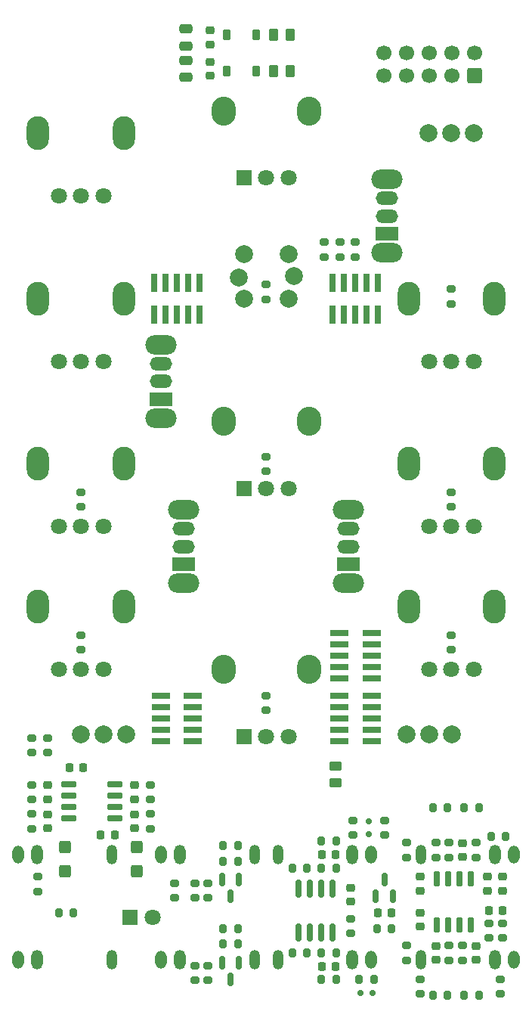
<source format=gbs>
%TF.GenerationSoftware,KiCad,Pcbnew,7.0.10*%
%TF.CreationDate,2024-03-26T03:22:52+05:30*%
%TF.ProjectId,Echo Cinematic,4563686f-2043-4696-9e65-6d617469632e,rev?*%
%TF.SameCoordinates,Original*%
%TF.FileFunction,Soldermask,Bot*%
%TF.FilePolarity,Negative*%
%FSLAX46Y46*%
G04 Gerber Fmt 4.6, Leading zero omitted, Abs format (unit mm)*
G04 Created by KiCad (PCBNEW 7.0.10) date 2024-03-26 03:22:52*
%MOMM*%
%LPD*%
G01*
G04 APERTURE LIST*
G04 Aperture macros list*
%AMRoundRect*
0 Rectangle with rounded corners*
0 $1 Rounding radius*
0 $2 $3 $4 $5 $6 $7 $8 $9 X,Y pos of 4 corners*
0 Add a 4 corners polygon primitive as box body*
4,1,4,$2,$3,$4,$5,$6,$7,$8,$9,$2,$3,0*
0 Add four circle primitives for the rounded corners*
1,1,$1+$1,$2,$3*
1,1,$1+$1,$4,$5*
1,1,$1+$1,$6,$7*
1,1,$1+$1,$8,$9*
0 Add four rect primitives between the rounded corners*
20,1,$1+$1,$2,$3,$4,$5,0*
20,1,$1+$1,$4,$5,$6,$7,0*
20,1,$1+$1,$6,$7,$8,$9,0*
20,1,$1+$1,$8,$9,$2,$3,0*%
G04 Aperture macros list end*
%ADD10RoundRect,0.200000X-0.275000X0.200000X-0.275000X-0.200000X0.275000X-0.200000X0.275000X0.200000X0*%
%ADD11RoundRect,0.200000X0.200000X0.275000X-0.200000X0.275000X-0.200000X-0.275000X0.200000X-0.275000X0*%
%ADD12O,1.300000X2.000000*%
%ADD13O,1.200000X2.200000*%
%ADD14O,1.300000X2.200000*%
%ADD15O,2.500000X3.800000*%
%ADD16C,1.800000*%
%ADD17C,2.000000*%
%ADD18R,1.800000X1.800000*%
%ADD19O,2.720000X3.240000*%
%ADD20O,3.500000X2.200000*%
%ADD21R,2.500000X1.500000*%
%ADD22O,2.500000X1.500000*%
%ADD23RoundRect,0.250000X0.475000X-0.250000X0.475000X0.250000X-0.475000X0.250000X-0.475000X-0.250000X0*%
%ADD24RoundRect,0.225000X0.250000X-0.225000X0.250000X0.225000X-0.250000X0.225000X-0.250000X-0.225000X0*%
%ADD25RoundRect,0.225000X-0.250000X0.225000X-0.250000X-0.225000X0.250000X-0.225000X0.250000X0.225000X0*%
%ADD26RoundRect,0.225000X-0.225000X-0.250000X0.225000X-0.250000X0.225000X0.250000X-0.225000X0.250000X0*%
%ADD27RoundRect,0.225000X0.225000X0.250000X-0.225000X0.250000X-0.225000X-0.250000X0.225000X-0.250000X0*%
%ADD28RoundRect,0.225000X-0.225000X-0.375000X0.225000X-0.375000X0.225000X0.375000X-0.225000X0.375000X0*%
%ADD29RoundRect,0.225000X0.225000X0.375000X-0.225000X0.375000X-0.225000X-0.375000X0.225000X-0.375000X0*%
%ADD30RoundRect,0.250000X0.600000X-0.600000X0.600000X0.600000X-0.600000X0.600000X-0.600000X-0.600000X0*%
%ADD31C,1.700000*%
%ADD32RoundRect,0.250000X0.262500X0.450000X-0.262500X0.450000X-0.262500X-0.450000X0.262500X-0.450000X0*%
%ADD33RoundRect,0.200000X0.275000X-0.200000X0.275000X0.200000X-0.275000X0.200000X-0.275000X-0.200000X0*%
%ADD34RoundRect,0.200000X-0.200000X-0.275000X0.200000X-0.275000X0.200000X0.275000X-0.200000X0.275000X0*%
%ADD35RoundRect,0.150000X0.150000X-0.825000X0.150000X0.825000X-0.150000X0.825000X-0.150000X-0.825000X0*%
%ADD36RoundRect,0.150000X0.150000X-0.587500X0.150000X0.587500X-0.150000X0.587500X-0.150000X-0.587500X0*%
%ADD37RoundRect,0.150000X-0.150000X0.587500X-0.150000X-0.587500X0.150000X-0.587500X0.150000X0.587500X0*%
%ADD38RoundRect,0.250000X-0.450000X0.262500X-0.450000X-0.262500X0.450000X-0.262500X0.450000X0.262500X0*%
%ADD39RoundRect,0.250000X0.425000X-0.450000X0.425000X0.450000X-0.425000X0.450000X-0.425000X-0.450000X0*%
%ADD40RoundRect,0.150000X-0.150000X0.725000X-0.150000X-0.725000X0.150000X-0.725000X0.150000X0.725000X0*%
%ADD41R,2.100000X0.750000*%
%ADD42R,0.750000X2.100000*%
%ADD43RoundRect,0.150000X0.725000X0.150000X-0.725000X0.150000X-0.725000X-0.150000X0.725000X-0.150000X0*%
%ADD44RoundRect,0.150000X0.150000X0.200000X-0.150000X0.200000X-0.150000X-0.200000X0.150000X-0.200000X0*%
%ADD45RoundRect,0.150000X-0.200000X0.150000X-0.200000X-0.150000X0.200000X-0.150000X0.200000X0.150000X0*%
G04 APERTURE END LIST*
D10*
%TO.C,R52*%
X68400000Y-132975000D03*
X68400000Y-134625000D03*
%TD*%
D11*
%TO.C,R51*%
X72425000Y-137000000D03*
X70775000Y-137000000D03*
%TD*%
D12*
%TO.C,J2*%
X82250000Y-130500000D03*
D13*
X92670000Y-130500000D03*
D14*
X84370000Y-130500000D03*
%TD*%
D12*
%TO.C,J5*%
X121750000Y-130500000D03*
D13*
X111330000Y-130500000D03*
D14*
X119630000Y-130500000D03*
%TD*%
D12*
%TO.C,J6*%
X121750000Y-142250000D03*
D13*
X111330000Y-142250000D03*
D14*
X119630000Y-142250000D03*
%TD*%
D15*
%TO.C,RV4*%
X109950000Y-86750000D03*
D16*
X112250000Y-93750000D03*
D15*
X119550000Y-86750000D03*
D16*
X114750000Y-93750000D03*
X117250000Y-93750000D03*
%TD*%
D15*
%TO.C,RV2*%
X109950000Y-68250000D03*
D16*
X112250000Y-75250000D03*
D15*
X119550000Y-68250000D03*
D16*
X114750000Y-75250000D03*
X117250000Y-75250000D03*
%TD*%
D15*
%TO.C,RV5*%
X68450000Y-102750000D03*
D16*
X70750000Y-109750000D03*
D15*
X78050000Y-102750000D03*
D16*
X73250000Y-109750000D03*
X75750000Y-109750000D03*
%TD*%
D15*
%TO.C,RV6*%
X68450000Y-68250000D03*
D16*
X70750000Y-75250000D03*
D15*
X78050000Y-68250000D03*
D16*
X73250000Y-75250000D03*
X75750000Y-75250000D03*
%TD*%
D15*
%TO.C,RV7*%
X68450000Y-86750000D03*
D16*
X70750000Y-93750000D03*
D15*
X78050000Y-86750000D03*
D16*
X73250000Y-93750000D03*
X75750000Y-93750000D03*
%TD*%
D15*
%TO.C,RV8*%
X109950000Y-102750000D03*
D16*
X112250000Y-109750000D03*
D15*
X119550000Y-102750000D03*
D16*
X114750000Y-109750000D03*
X117250000Y-109750000D03*
%TD*%
D17*
%TO.C,SW1*%
X114790000Y-117000000D03*
X112250000Y-117000000D03*
X109710000Y-117000000D03*
%TD*%
%TO.C,SW2*%
X78290000Y-117000000D03*
X75750000Y-117000000D03*
X73210000Y-117000000D03*
%TD*%
D18*
%TO.C,RV3*%
X91500000Y-89500000D03*
D19*
X89200000Y-82000000D03*
X98800000Y-82000000D03*
D16*
X94000000Y-89500000D03*
X96500000Y-89500000D03*
%TD*%
D15*
%TO.C,RV1*%
X68450000Y-49750000D03*
D16*
X70750000Y-56750000D03*
D15*
X78050000Y-49750000D03*
D16*
X73250000Y-56750000D03*
X75750000Y-56750000D03*
%TD*%
D14*
%TO.C,J7*%
X103630000Y-130500000D03*
D12*
X105750000Y-130500000D03*
D13*
X95330000Y-130500000D03*
%TD*%
D14*
%TO.C,J9*%
X103630000Y-142250000D03*
D12*
X105750000Y-142250000D03*
D13*
X95330000Y-142250000D03*
%TD*%
D12*
%TO.C,J8*%
X66250000Y-130500000D03*
D13*
X76670000Y-130500000D03*
D14*
X68370000Y-130500000D03*
%TD*%
D17*
%TO.C,SW3*%
X96500000Y-68250000D03*
X91500000Y-68250000D03*
X97100000Y-65750000D03*
X90900000Y-65850000D03*
X96500000Y-63250000D03*
X91500000Y-63250000D03*
%TD*%
D18*
%TO.C,RV9*%
X91500000Y-54750000D03*
D19*
X89200000Y-47250000D03*
X98800000Y-47250000D03*
D16*
X94000000Y-54750000D03*
X96500000Y-54750000D03*
%TD*%
D18*
%TO.C,RV10*%
X91500000Y-117250000D03*
D19*
X89200000Y-109750000D03*
X98800000Y-109750000D03*
D16*
X94000000Y-117250000D03*
X96500000Y-117250000D03*
%TD*%
D12*
%TO.C,J4*%
X82250000Y-142250000D03*
D13*
X92670000Y-142250000D03*
D14*
X84370000Y-142250000D03*
%TD*%
D20*
%TO.C,SW9*%
X107500000Y-63100000D03*
X107500000Y-54900000D03*
D21*
X107500000Y-61000000D03*
D22*
X107500000Y-59000000D03*
X107500000Y-57000000D03*
%TD*%
D12*
%TO.C,J16*%
X66250000Y-142250000D03*
D13*
X76670000Y-142250000D03*
D14*
X68370000Y-142250000D03*
%TD*%
D20*
%TO.C,SW8*%
X82250000Y-81600000D03*
X82250000Y-73400000D03*
D21*
X82250000Y-79500000D03*
D22*
X82250000Y-77500000D03*
X82250000Y-75500000D03*
%TD*%
D18*
%TO.C,D3*%
X78750000Y-137500000D03*
D16*
X81290000Y-137500000D03*
%TD*%
D20*
%TO.C,SW6*%
X103250000Y-100100000D03*
X103250000Y-91900000D03*
D21*
X103250000Y-98000000D03*
D22*
X103250000Y-96000000D03*
X103250000Y-94000000D03*
%TD*%
D20*
%TO.C,SW7*%
X84750000Y-100100000D03*
X84750000Y-91900000D03*
D21*
X84750000Y-98000000D03*
D22*
X84750000Y-96000000D03*
X84750000Y-94000000D03*
%TD*%
D17*
%TO.C,SW10*%
X117290000Y-49750000D03*
X114750000Y-49750000D03*
X112210000Y-49750000D03*
%TD*%
D23*
%TO.C,C1*%
X85000000Y-43450000D03*
X85000000Y-41550000D03*
%TD*%
%TO.C,C2*%
X85000000Y-39950000D03*
X85000000Y-38050000D03*
%TD*%
D24*
%TO.C,C3*%
X87750000Y-43275000D03*
X87750000Y-41725000D03*
%TD*%
%TO.C,C5*%
X116000000Y-130775000D03*
X116000000Y-129225000D03*
%TD*%
D25*
%TO.C,C6*%
X120500000Y-132975000D03*
X120500000Y-134525000D03*
%TD*%
D24*
%TO.C,C8*%
X117500000Y-142275000D03*
X117500000Y-140725000D03*
%TD*%
D26*
%TO.C,C9*%
X118975000Y-136750000D03*
X120525000Y-136750000D03*
%TD*%
D27*
%TO.C,C10*%
X101775000Y-143000000D03*
X100225000Y-143000000D03*
%TD*%
%TO.C,C11*%
X101775000Y-130500000D03*
X100225000Y-130500000D03*
%TD*%
D25*
%TO.C,C12*%
X103500000Y-134197000D03*
X103500000Y-135747000D03*
%TD*%
%TO.C,C13*%
X69500000Y-125975000D03*
X69500000Y-127525000D03*
%TD*%
D26*
%TO.C,C14*%
X106475000Y-137044000D03*
X108025000Y-137044000D03*
%TD*%
D24*
%TO.C,C17*%
X113000000Y-142275000D03*
X113000000Y-140725000D03*
%TD*%
D28*
%TO.C,D1*%
X89600000Y-42750000D03*
X92900000Y-42750000D03*
%TD*%
D29*
%TO.C,D2*%
X92900000Y-38750000D03*
X89600000Y-38750000D03*
%TD*%
D30*
%TO.C,J1*%
X117330000Y-43252500D03*
D31*
X117330000Y-40712500D03*
X114790000Y-43252500D03*
X114790000Y-40712500D03*
X112250000Y-43252500D03*
X112250000Y-40712500D03*
X109710000Y-43252500D03*
X109710000Y-40712500D03*
X107170000Y-43252500D03*
X107170000Y-40712500D03*
%TD*%
D32*
%TO.C,L1*%
X96662500Y-42750000D03*
X94837500Y-42750000D03*
%TD*%
%TO.C,L2*%
X96662500Y-38750000D03*
X94837500Y-38750000D03*
%TD*%
D11*
%TO.C,R1*%
X114325000Y-125250000D03*
X112675000Y-125250000D03*
%TD*%
%TO.C,R2*%
X117825000Y-125250000D03*
X116175000Y-125250000D03*
%TD*%
D33*
%TO.C,R3*%
X114500000Y-130825000D03*
X114500000Y-129175000D03*
%TD*%
%TO.C,R4*%
X117500000Y-130825000D03*
X117500000Y-129175000D03*
%TD*%
D34*
%TO.C,R5*%
X89175000Y-129500000D03*
X90825000Y-129500000D03*
%TD*%
D33*
%TO.C,R7*%
X87500000Y-135325000D03*
X87500000Y-133675000D03*
%TD*%
%TO.C,R8*%
X86000000Y-135325000D03*
X86000000Y-133675000D03*
%TD*%
D11*
%TO.C,R20*%
X101825000Y-141500000D03*
X100175000Y-141500000D03*
%TD*%
D34*
%TO.C,R21*%
X100175000Y-144500000D03*
X101825000Y-144500000D03*
%TD*%
D11*
%TO.C,R22*%
X98575000Y-141500000D03*
X96925000Y-141500000D03*
%TD*%
%TO.C,R23*%
X101825000Y-132000000D03*
X100175000Y-132000000D03*
%TD*%
D34*
%TO.C,R24*%
X100175000Y-129000000D03*
X101825000Y-129000000D03*
%TD*%
D11*
%TO.C,R25*%
X108075000Y-138750000D03*
X106425000Y-138750000D03*
%TD*%
%TO.C,R26*%
X98575000Y-132000000D03*
X96925000Y-132000000D03*
%TD*%
D10*
%TO.C,R29*%
X67750000Y-125925000D03*
X67750000Y-127575000D03*
%TD*%
D34*
%TO.C,R31*%
X119175000Y-128500000D03*
X120825000Y-128500000D03*
%TD*%
D10*
%TO.C,R33*%
X113000000Y-129175000D03*
X113000000Y-130825000D03*
%TD*%
%TO.C,R35*%
X109750000Y-129175000D03*
X109750000Y-130825000D03*
%TD*%
D11*
%TO.C,R37*%
X114325000Y-146250000D03*
X112675000Y-146250000D03*
%TD*%
D33*
%TO.C,R41*%
X120500000Y-139825000D03*
X120500000Y-138175000D03*
%TD*%
D10*
%TO.C,R43*%
X116000000Y-140675000D03*
X116000000Y-142325000D03*
%TD*%
%TO.C,R45*%
X119000000Y-138175000D03*
X119000000Y-139825000D03*
%TD*%
D33*
%TO.C,R47*%
X114500000Y-142325000D03*
X114500000Y-140675000D03*
%TD*%
%TO.C,R49*%
X109750000Y-142325000D03*
X109750000Y-140675000D03*
%TD*%
D35*
%TO.C,U3*%
X101405000Y-139225000D03*
X100135000Y-139225000D03*
X98865000Y-139225000D03*
X97595000Y-139225000D03*
X97595000Y-134275000D03*
X98865000Y-134275000D03*
X100135000Y-134275000D03*
X101405000Y-134275000D03*
%TD*%
D36*
%TO.C,U5*%
X108200000Y-135187500D03*
X106300000Y-135187500D03*
X107250000Y-133312500D03*
%TD*%
D10*
%TO.C,R32*%
X102250000Y-61925000D03*
X102250000Y-63575000D03*
%TD*%
D33*
%TO.C,R34*%
X114750000Y-91575000D03*
X114750000Y-89925000D03*
%TD*%
%TO.C,R36*%
X114750000Y-68825000D03*
X114750000Y-67175000D03*
%TD*%
%TO.C,R38*%
X94000000Y-87575000D03*
X94000000Y-85925000D03*
%TD*%
%TO.C,R40*%
X73250000Y-107575000D03*
X73250000Y-105925000D03*
%TD*%
D10*
%TO.C,R42*%
X104000000Y-61925000D03*
X104000000Y-63575000D03*
%TD*%
%TO.C,R44*%
X100500000Y-61925000D03*
X100500000Y-63575000D03*
%TD*%
D33*
%TO.C,R46*%
X73250000Y-91575000D03*
X73250000Y-89925000D03*
%TD*%
%TO.C,R48*%
X114750000Y-107575000D03*
X114750000Y-105925000D03*
%TD*%
D25*
%TO.C,C16*%
X118750000Y-132975000D03*
X118750000Y-134525000D03*
%TD*%
%TO.C,C18*%
X111250000Y-136975000D03*
X111250000Y-138525000D03*
%TD*%
D24*
%TO.C,C7*%
X111250000Y-134525000D03*
X111250000Y-132975000D03*
%TD*%
D11*
%TO.C,R6*%
X90825000Y-131250000D03*
X89175000Y-131250000D03*
%TD*%
D37*
%TO.C,Q1*%
X89050000Y-133312500D03*
X90950000Y-133312500D03*
X90000000Y-135187500D03*
%TD*%
D24*
%TO.C,C4*%
X87750000Y-39775000D03*
X87750000Y-38225000D03*
%TD*%
D11*
%TO.C,R39*%
X117825000Y-146250000D03*
X116175000Y-146250000D03*
%TD*%
D33*
%TO.C,R15*%
X94000000Y-68325000D03*
X94000000Y-66675000D03*
%TD*%
D38*
%TO.C,R16*%
X101750000Y-120587500D03*
X101750000Y-122412500D03*
%TD*%
D10*
%TO.C,R66*%
X103750000Y-126675000D03*
X103750000Y-128325000D03*
%TD*%
D33*
%TO.C,R12*%
X87500000Y-144575000D03*
X87500000Y-142925000D03*
%TD*%
D39*
%TO.C,C21*%
X79500000Y-132350000D03*
X79500000Y-129650000D03*
%TD*%
D40*
%TO.C,U8*%
X113095000Y-133175000D03*
X114365000Y-133175000D03*
X115635000Y-133175000D03*
X116905000Y-133175000D03*
X116905000Y-138325000D03*
X115635000Y-138325000D03*
X114365000Y-138325000D03*
X113095000Y-138325000D03*
%TD*%
D41*
%TO.C,U1*%
X105800000Y-117790000D03*
X105800000Y-116520000D03*
X105800000Y-115250000D03*
X105800000Y-113980000D03*
X105800000Y-112710000D03*
X102200000Y-112710000D03*
X102200000Y-113980000D03*
X102200000Y-115250000D03*
X102200000Y-116520000D03*
X102200000Y-117790000D03*
X105800000Y-110790000D03*
X105800000Y-109520000D03*
X105800000Y-108250000D03*
X105800000Y-106980000D03*
X105800000Y-105710000D03*
X102200000Y-105710000D03*
X102200000Y-106980000D03*
X102200000Y-108250000D03*
X102200000Y-109520000D03*
X102200000Y-110790000D03*
D42*
X101460000Y-70050000D03*
X102730000Y-70050000D03*
X104000000Y-70050000D03*
X105270000Y-70050000D03*
X106540000Y-70050000D03*
X106540000Y-66450000D03*
X105270000Y-66450000D03*
X104000000Y-66450000D03*
X102730000Y-66450000D03*
X101460000Y-66450000D03*
X81460000Y-70050000D03*
X82730000Y-70050000D03*
X84000000Y-70050000D03*
X85270000Y-70050000D03*
X86540000Y-70050000D03*
X86540000Y-66450000D03*
X85270000Y-66450000D03*
X84000000Y-66450000D03*
X82730000Y-66450000D03*
X81460000Y-66450000D03*
D41*
X85800000Y-117790000D03*
X85800000Y-116520000D03*
X85800000Y-115250000D03*
X85800000Y-113980000D03*
X85800000Y-112710000D03*
X82200000Y-112710000D03*
X82200000Y-113980000D03*
X82200000Y-115250000D03*
X82200000Y-116520000D03*
X82200000Y-117790000D03*
%TD*%
D10*
%TO.C,R64*%
X81000000Y-125925000D03*
X81000000Y-127575000D03*
%TD*%
D43*
%TO.C,U2*%
X77075000Y-122595000D03*
X77075000Y-123865000D03*
X77075000Y-125135000D03*
X77075000Y-126405000D03*
X71925000Y-126405000D03*
X71925000Y-125135000D03*
X71925000Y-123865000D03*
X71925000Y-122595000D03*
%TD*%
D11*
%TO.C,R11*%
X90825000Y-140500000D03*
X89175000Y-140500000D03*
%TD*%
D10*
%TO.C,R58*%
X83750000Y-133675000D03*
X83750000Y-135325000D03*
%TD*%
%TO.C,R17*%
X69500000Y-117425000D03*
X69500000Y-119075000D03*
%TD*%
%TO.C,R67*%
X67750000Y-122675000D03*
X67750000Y-124325000D03*
%TD*%
D25*
%TO.C,C31*%
X79250000Y-125975000D03*
X79250000Y-127525000D03*
%TD*%
D34*
%TO.C,R10*%
X89175000Y-138750000D03*
X90825000Y-138750000D03*
%TD*%
D33*
%TO.C,R9*%
X94000000Y-114325000D03*
X94000000Y-112675000D03*
%TD*%
D27*
%TO.C,C29*%
X77025000Y-128250000D03*
X75475000Y-128250000D03*
%TD*%
D24*
%TO.C,C26*%
X79250000Y-124275000D03*
X79250000Y-122725000D03*
%TD*%
D10*
%TO.C,R70*%
X67750000Y-117425000D03*
X67750000Y-119075000D03*
%TD*%
%TO.C,R65*%
X103500000Y-137675000D03*
X103500000Y-139325000D03*
%TD*%
%TO.C,R14*%
X81000000Y-122675000D03*
X81000000Y-124325000D03*
%TD*%
D33*
%TO.C,R28*%
X120250000Y-146075000D03*
X120250000Y-144425000D03*
%TD*%
D34*
%TO.C,R27*%
X104425000Y-144500000D03*
X106075000Y-144500000D03*
%TD*%
D44*
%TO.C,D4*%
X104550000Y-146000000D03*
X105950000Y-146000000D03*
%TD*%
D37*
%TO.C,Q2*%
X89050000Y-142562500D03*
X90950000Y-142562500D03*
X90000000Y-144437500D03*
%TD*%
D33*
%TO.C,R13*%
X86000000Y-144575000D03*
X86000000Y-142925000D03*
%TD*%
D27*
%TO.C,C28*%
X73525000Y-120750000D03*
X71975000Y-120750000D03*
%TD*%
D33*
%TO.C,R19*%
X111250000Y-146075000D03*
X111250000Y-144425000D03*
%TD*%
%TO.C,R18*%
X107250000Y-128325000D03*
X107250000Y-126675000D03*
%TD*%
D24*
%TO.C,C32*%
X69500000Y-124275000D03*
X69500000Y-122725000D03*
%TD*%
D45*
%TO.C,D5*%
X105500000Y-128200000D03*
X105500000Y-126800000D03*
%TD*%
D39*
%TO.C,C30*%
X71500000Y-132350000D03*
X71500000Y-129650000D03*
%TD*%
M02*

</source>
